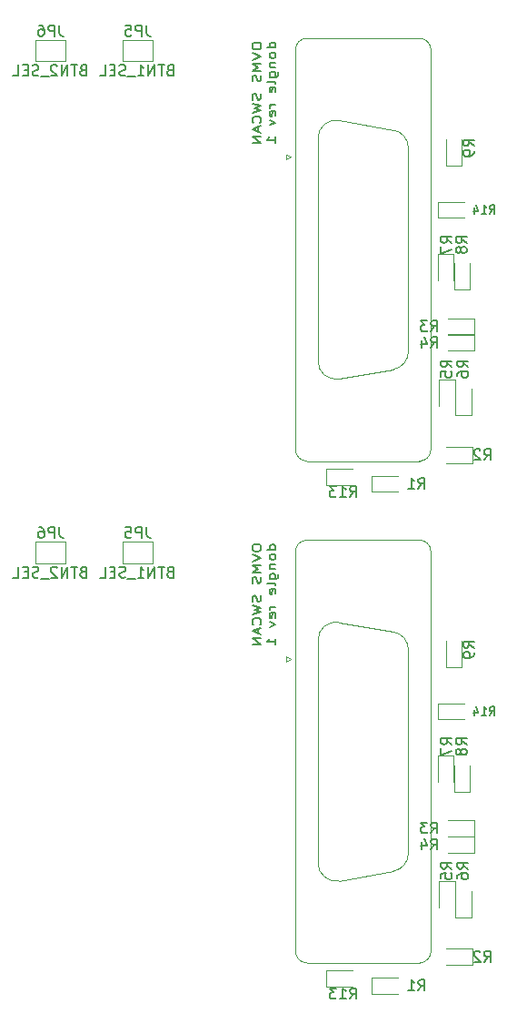
<source format=gbo>
G04 #@! TF.GenerationSoftware,KiCad,Pcbnew,(5.1.0-0)*
G04 #@! TF.CreationDate,2019-04-23T20:45:17+03:00*
G04 #@! TF.ProjectId,panel,70616e65-6c2e-46b6-9963-61645f706362,1.0*
G04 #@! TF.SameCoordinates,Original*
G04 #@! TF.FileFunction,Legend,Bot*
G04 #@! TF.FilePolarity,Positive*
%FSLAX46Y46*%
G04 Gerber Fmt 4.6, Leading zero omitted, Abs format (unit mm)*
G04 Created by KiCad (PCBNEW (5.1.0-0)) date 2019-04-23 20:45:17*
%MOMM*%
%LPD*%
G04 APERTURE LIST*
%ADD10C,0.150000*%
%ADD11C,0.120000*%
G04 APERTURE END LIST*
D10*
X173511904Y-29393119D02*
X173511904Y-29583595D01*
X173550000Y-29678833D01*
X173626190Y-29774071D01*
X173778571Y-29821690D01*
X174045238Y-29821690D01*
X174197619Y-29774071D01*
X174273809Y-29678833D01*
X174311904Y-29583595D01*
X174311904Y-29393119D01*
X174273809Y-29297880D01*
X174197619Y-29202642D01*
X174045238Y-29155023D01*
X173778571Y-29155023D01*
X173626190Y-29202642D01*
X173550000Y-29297880D01*
X173511904Y-29393119D01*
X173511904Y-30107404D02*
X174311904Y-30440738D01*
X173511904Y-30774071D01*
X174311904Y-31107404D02*
X173511904Y-31107404D01*
X174083333Y-31440738D01*
X173511904Y-31774071D01*
X174311904Y-31774071D01*
X174273809Y-32202642D02*
X174311904Y-32345500D01*
X174311904Y-32583595D01*
X174273809Y-32678833D01*
X174235714Y-32726452D01*
X174159523Y-32774071D01*
X174083333Y-32774071D01*
X174007142Y-32726452D01*
X173969047Y-32678833D01*
X173930952Y-32583595D01*
X173892857Y-32393119D01*
X173854761Y-32297880D01*
X173816666Y-32250261D01*
X173740476Y-32202642D01*
X173664285Y-32202642D01*
X173588095Y-32250261D01*
X173550000Y-32297880D01*
X173511904Y-32393119D01*
X173511904Y-32631214D01*
X173550000Y-32774071D01*
X174273809Y-33916928D02*
X174311904Y-34059785D01*
X174311904Y-34297880D01*
X174273809Y-34393119D01*
X174235714Y-34440738D01*
X174159523Y-34488357D01*
X174083333Y-34488357D01*
X174007142Y-34440738D01*
X173969047Y-34393119D01*
X173930952Y-34297880D01*
X173892857Y-34107404D01*
X173854761Y-34012166D01*
X173816666Y-33964547D01*
X173740476Y-33916928D01*
X173664285Y-33916928D01*
X173588095Y-33964547D01*
X173550000Y-34012166D01*
X173511904Y-34107404D01*
X173511904Y-34345500D01*
X173550000Y-34488357D01*
X173511904Y-34821690D02*
X174311904Y-35059785D01*
X173740476Y-35250261D01*
X174311904Y-35440738D01*
X173511904Y-35678833D01*
X174235714Y-36631214D02*
X174273809Y-36583595D01*
X174311904Y-36440738D01*
X174311904Y-36345500D01*
X174273809Y-36202642D01*
X174197619Y-36107404D01*
X174121428Y-36059785D01*
X173969047Y-36012166D01*
X173854761Y-36012166D01*
X173702380Y-36059785D01*
X173626190Y-36107404D01*
X173550000Y-36202642D01*
X173511904Y-36345500D01*
X173511904Y-36440738D01*
X173550000Y-36583595D01*
X173588095Y-36631214D01*
X174083333Y-37012166D02*
X174083333Y-37488357D01*
X174311904Y-36916928D02*
X173511904Y-37250261D01*
X174311904Y-37583595D01*
X174311904Y-37916928D02*
X173511904Y-37916928D01*
X174311904Y-38488357D01*
X173511904Y-38488357D01*
X175661904Y-29655023D02*
X174861904Y-29655023D01*
X175623809Y-29655023D02*
X175661904Y-29559785D01*
X175661904Y-29369309D01*
X175623809Y-29274071D01*
X175585714Y-29226452D01*
X175509523Y-29178833D01*
X175280952Y-29178833D01*
X175204761Y-29226452D01*
X175166666Y-29274071D01*
X175128571Y-29369309D01*
X175128571Y-29559785D01*
X175166666Y-29655023D01*
X175661904Y-30274071D02*
X175623809Y-30178833D01*
X175585714Y-30131214D01*
X175509523Y-30083595D01*
X175280952Y-30083595D01*
X175204761Y-30131214D01*
X175166666Y-30178833D01*
X175128571Y-30274071D01*
X175128571Y-30416928D01*
X175166666Y-30512166D01*
X175204761Y-30559785D01*
X175280952Y-30607404D01*
X175509523Y-30607404D01*
X175585714Y-30559785D01*
X175623809Y-30512166D01*
X175661904Y-30416928D01*
X175661904Y-30274071D01*
X175128571Y-31035976D02*
X175661904Y-31035976D01*
X175204761Y-31035976D02*
X175166666Y-31083595D01*
X175128571Y-31178833D01*
X175128571Y-31321690D01*
X175166666Y-31416928D01*
X175242857Y-31464547D01*
X175661904Y-31464547D01*
X175128571Y-32369309D02*
X175776190Y-32369309D01*
X175852380Y-32321690D01*
X175890476Y-32274071D01*
X175928571Y-32178833D01*
X175928571Y-32035976D01*
X175890476Y-31940738D01*
X175623809Y-32369309D02*
X175661904Y-32274071D01*
X175661904Y-32083595D01*
X175623809Y-31988357D01*
X175585714Y-31940738D01*
X175509523Y-31893119D01*
X175280952Y-31893119D01*
X175204761Y-31940738D01*
X175166666Y-31988357D01*
X175128571Y-32083595D01*
X175128571Y-32274071D01*
X175166666Y-32369309D01*
X175661904Y-32988357D02*
X175623809Y-32893119D01*
X175547619Y-32845500D01*
X174861904Y-32845500D01*
X175623809Y-33750261D02*
X175661904Y-33655023D01*
X175661904Y-33464547D01*
X175623809Y-33369309D01*
X175547619Y-33321690D01*
X175242857Y-33321690D01*
X175166666Y-33369309D01*
X175128571Y-33464547D01*
X175128571Y-33655023D01*
X175166666Y-33750261D01*
X175242857Y-33797880D01*
X175319047Y-33797880D01*
X175395238Y-33321690D01*
X175661904Y-34988357D02*
X175128571Y-34988357D01*
X175280952Y-34988357D02*
X175204761Y-35035976D01*
X175166666Y-35083595D01*
X175128571Y-35178833D01*
X175128571Y-35274071D01*
X175623809Y-35988357D02*
X175661904Y-35893119D01*
X175661904Y-35702642D01*
X175623809Y-35607404D01*
X175547619Y-35559785D01*
X175242857Y-35559785D01*
X175166666Y-35607404D01*
X175128571Y-35702642D01*
X175128571Y-35893119D01*
X175166666Y-35988357D01*
X175242857Y-36035976D01*
X175319047Y-36035976D01*
X175395238Y-35559785D01*
X175128571Y-36369309D02*
X175661904Y-36607404D01*
X175128571Y-36845500D01*
X175661904Y-38512166D02*
X175661904Y-37940738D01*
X175661904Y-38226452D02*
X174861904Y-38226452D01*
X174976190Y-38131214D01*
X175052380Y-38035976D01*
X175090476Y-37940738D01*
X173511904Y-76065619D02*
X173511904Y-76256095D01*
X173550000Y-76351333D01*
X173626190Y-76446571D01*
X173778571Y-76494190D01*
X174045238Y-76494190D01*
X174197619Y-76446571D01*
X174273809Y-76351333D01*
X174311904Y-76256095D01*
X174311904Y-76065619D01*
X174273809Y-75970380D01*
X174197619Y-75875142D01*
X174045238Y-75827523D01*
X173778571Y-75827523D01*
X173626190Y-75875142D01*
X173550000Y-75970380D01*
X173511904Y-76065619D01*
X173511904Y-76779904D02*
X174311904Y-77113238D01*
X173511904Y-77446571D01*
X174311904Y-77779904D02*
X173511904Y-77779904D01*
X174083333Y-78113238D01*
X173511904Y-78446571D01*
X174311904Y-78446571D01*
X174273809Y-78875142D02*
X174311904Y-79018000D01*
X174311904Y-79256095D01*
X174273809Y-79351333D01*
X174235714Y-79398952D01*
X174159523Y-79446571D01*
X174083333Y-79446571D01*
X174007142Y-79398952D01*
X173969047Y-79351333D01*
X173930952Y-79256095D01*
X173892857Y-79065619D01*
X173854761Y-78970380D01*
X173816666Y-78922761D01*
X173740476Y-78875142D01*
X173664285Y-78875142D01*
X173588095Y-78922761D01*
X173550000Y-78970380D01*
X173511904Y-79065619D01*
X173511904Y-79303714D01*
X173550000Y-79446571D01*
X174273809Y-80589428D02*
X174311904Y-80732285D01*
X174311904Y-80970380D01*
X174273809Y-81065619D01*
X174235714Y-81113238D01*
X174159523Y-81160857D01*
X174083333Y-81160857D01*
X174007142Y-81113238D01*
X173969047Y-81065619D01*
X173930952Y-80970380D01*
X173892857Y-80779904D01*
X173854761Y-80684666D01*
X173816666Y-80637047D01*
X173740476Y-80589428D01*
X173664285Y-80589428D01*
X173588095Y-80637047D01*
X173550000Y-80684666D01*
X173511904Y-80779904D01*
X173511904Y-81018000D01*
X173550000Y-81160857D01*
X173511904Y-81494190D02*
X174311904Y-81732285D01*
X173740476Y-81922761D01*
X174311904Y-82113238D01*
X173511904Y-82351333D01*
X174235714Y-83303714D02*
X174273809Y-83256095D01*
X174311904Y-83113238D01*
X174311904Y-83018000D01*
X174273809Y-82875142D01*
X174197619Y-82779904D01*
X174121428Y-82732285D01*
X173969047Y-82684666D01*
X173854761Y-82684666D01*
X173702380Y-82732285D01*
X173626190Y-82779904D01*
X173550000Y-82875142D01*
X173511904Y-83018000D01*
X173511904Y-83113238D01*
X173550000Y-83256095D01*
X173588095Y-83303714D01*
X174083333Y-83684666D02*
X174083333Y-84160857D01*
X174311904Y-83589428D02*
X173511904Y-83922761D01*
X174311904Y-84256095D01*
X174311904Y-84589428D02*
X173511904Y-84589428D01*
X174311904Y-85160857D01*
X173511904Y-85160857D01*
X175661904Y-76327523D02*
X174861904Y-76327523D01*
X175623809Y-76327523D02*
X175661904Y-76232285D01*
X175661904Y-76041809D01*
X175623809Y-75946571D01*
X175585714Y-75898952D01*
X175509523Y-75851333D01*
X175280952Y-75851333D01*
X175204761Y-75898952D01*
X175166666Y-75946571D01*
X175128571Y-76041809D01*
X175128571Y-76232285D01*
X175166666Y-76327523D01*
X175661904Y-76946571D02*
X175623809Y-76851333D01*
X175585714Y-76803714D01*
X175509523Y-76756095D01*
X175280952Y-76756095D01*
X175204761Y-76803714D01*
X175166666Y-76851333D01*
X175128571Y-76946571D01*
X175128571Y-77089428D01*
X175166666Y-77184666D01*
X175204761Y-77232285D01*
X175280952Y-77279904D01*
X175509523Y-77279904D01*
X175585714Y-77232285D01*
X175623809Y-77184666D01*
X175661904Y-77089428D01*
X175661904Y-76946571D01*
X175128571Y-77708476D02*
X175661904Y-77708476D01*
X175204761Y-77708476D02*
X175166666Y-77756095D01*
X175128571Y-77851333D01*
X175128571Y-77994190D01*
X175166666Y-78089428D01*
X175242857Y-78137047D01*
X175661904Y-78137047D01*
X175128571Y-79041809D02*
X175776190Y-79041809D01*
X175852380Y-78994190D01*
X175890476Y-78946571D01*
X175928571Y-78851333D01*
X175928571Y-78708476D01*
X175890476Y-78613238D01*
X175623809Y-79041809D02*
X175661904Y-78946571D01*
X175661904Y-78756095D01*
X175623809Y-78660857D01*
X175585714Y-78613238D01*
X175509523Y-78565619D01*
X175280952Y-78565619D01*
X175204761Y-78613238D01*
X175166666Y-78660857D01*
X175128571Y-78756095D01*
X175128571Y-78946571D01*
X175166666Y-79041809D01*
X175661904Y-79660857D02*
X175623809Y-79565619D01*
X175547619Y-79518000D01*
X174861904Y-79518000D01*
X175623809Y-80422761D02*
X175661904Y-80327523D01*
X175661904Y-80137047D01*
X175623809Y-80041809D01*
X175547619Y-79994190D01*
X175242857Y-79994190D01*
X175166666Y-80041809D01*
X175128571Y-80137047D01*
X175128571Y-80327523D01*
X175166666Y-80422761D01*
X175242857Y-80470380D01*
X175319047Y-80470380D01*
X175395238Y-79994190D01*
X175661904Y-81660857D02*
X175128571Y-81660857D01*
X175280952Y-81660857D02*
X175204761Y-81708476D01*
X175166666Y-81756095D01*
X175128571Y-81851333D01*
X175128571Y-81946571D01*
X175623809Y-82660857D02*
X175661904Y-82565619D01*
X175661904Y-82375142D01*
X175623809Y-82279904D01*
X175547619Y-82232285D01*
X175242857Y-82232285D01*
X175166666Y-82279904D01*
X175128571Y-82375142D01*
X175128571Y-82565619D01*
X175166666Y-82660857D01*
X175242857Y-82708476D01*
X175319047Y-82708476D01*
X175395238Y-82232285D01*
X175128571Y-83041809D02*
X175661904Y-83279904D01*
X175128571Y-83518000D01*
X175661904Y-85184666D02*
X175661904Y-84613238D01*
X175661904Y-84898952D02*
X174861904Y-84898952D01*
X174976190Y-84803714D01*
X175052380Y-84708476D01*
X175090476Y-84613238D01*
D11*
X156101000Y-75581000D02*
X153301000Y-75581000D01*
X153301000Y-75581000D02*
X153301000Y-77581000D01*
X153301000Y-77581000D02*
X156101000Y-77581000D01*
X156101000Y-77581000D02*
X156101000Y-75581000D01*
X164214000Y-75581000D02*
X161414000Y-75581000D01*
X161414000Y-75581000D02*
X161414000Y-77581000D01*
X161414000Y-77581000D02*
X164214000Y-77581000D01*
X164214000Y-77581000D02*
X164214000Y-75581000D01*
X156101000Y-28908500D02*
X153301000Y-28908500D01*
X153301000Y-28908500D02*
X153301000Y-30908500D01*
X153301000Y-30908500D02*
X156101000Y-30908500D01*
X156101000Y-30908500D02*
X156101000Y-28908500D01*
X164214000Y-28908500D02*
X161414000Y-28908500D01*
X161414000Y-28908500D02*
X161414000Y-30908500D01*
X161414000Y-30908500D02*
X164214000Y-30908500D01*
X164214000Y-30908500D02*
X164214000Y-28908500D01*
X181582256Y-36423030D02*
X186682256Y-37322298D01*
X181582256Y-60455970D02*
X186682256Y-59556702D01*
X188054000Y-38957079D02*
X188054000Y-57921921D01*
X179634000Y-38057811D02*
X179634000Y-58821189D01*
X177072675Y-39814500D02*
X176639662Y-39564500D01*
X176639662Y-40064500D02*
X177072675Y-39814500D01*
X176639662Y-39564500D02*
X176639662Y-40064500D01*
X189094000Y-28779500D02*
X178594000Y-28779500D01*
X190154000Y-67039500D02*
X190154000Y-29839500D01*
X178594000Y-68099500D02*
X189094000Y-68099500D01*
X177534000Y-29839500D02*
X177534000Y-67039500D01*
X186682256Y-59556702D02*
G75*
G03X188054000Y-57921921I-288256J1634781D01*
G01*
X186682256Y-37322298D02*
G75*
G02X188054000Y-38957079I-288256J-1634781D01*
G01*
X181582256Y-60455970D02*
G75*
G02X179634000Y-58821189I-288256J1634781D01*
G01*
X181582256Y-36423030D02*
G75*
G03X179634000Y-38057811I-288256J-1634781D01*
G01*
X190154000Y-67039500D02*
G75*
G02X189094000Y-68099500I-1060000J0D01*
G01*
X190154000Y-29839500D02*
G75*
G03X189094000Y-28779500I-1060000J0D01*
G01*
X178594000Y-68099500D02*
G75*
G02X177534000Y-67039500I0J1060000D01*
G01*
X177534000Y-29839500D02*
G75*
G02X178594000Y-28779500I1060000J0D01*
G01*
X190795800Y-43981700D02*
X193255800Y-43981700D01*
X190795800Y-45451700D02*
X190795800Y-43981700D01*
X193255800Y-45451700D02*
X190795800Y-45451700D01*
X180419900Y-68835600D02*
X182879900Y-68835600D01*
X180419900Y-70305600D02*
X180419900Y-68835600D01*
X182879900Y-70305600D02*
X180419900Y-70305600D01*
X191543000Y-40610900D02*
X191543000Y-38150900D01*
X193013000Y-40610900D02*
X191543000Y-40610900D01*
X193013000Y-38150900D02*
X193013000Y-40610900D01*
X192305000Y-52167900D02*
X192305000Y-49707900D01*
X193775000Y-52167900D02*
X192305000Y-52167900D01*
X193775000Y-49707900D02*
X193775000Y-52167900D01*
X192251000Y-48847900D02*
X192251000Y-51307900D01*
X190781000Y-48847900D02*
X192251000Y-48847900D01*
X190781000Y-51307900D02*
X190781000Y-48847900D01*
X192432000Y-63851900D02*
X192432000Y-61391900D01*
X193902000Y-63851900D02*
X192432000Y-63851900D01*
X193902000Y-61391900D02*
X193902000Y-63851900D01*
X192378000Y-60531900D02*
X192378000Y-62991900D01*
X190908000Y-60531900D02*
X192378000Y-60531900D01*
X190908000Y-62991900D02*
X190908000Y-60531900D01*
X194192000Y-57846900D02*
X191732000Y-57846900D01*
X194192000Y-56376900D02*
X194192000Y-57846900D01*
X191732000Y-56376900D02*
X194192000Y-56376900D01*
X194192000Y-56322900D02*
X191732000Y-56322900D01*
X194192000Y-54852900D02*
X194192000Y-56322900D01*
X191732000Y-54852900D02*
X194192000Y-54852900D01*
X194065000Y-68273600D02*
X191605000Y-68273600D01*
X194065000Y-66803600D02*
X194065000Y-68273600D01*
X191605000Y-66803600D02*
X194065000Y-66803600D01*
X184598200Y-69483300D02*
X187058200Y-69483300D01*
X184598200Y-70953300D02*
X184598200Y-69483300D01*
X187058200Y-70953300D02*
X184598200Y-70953300D01*
X181582256Y-83095530D02*
X186682256Y-83994798D01*
X181582256Y-107128470D02*
X186682256Y-106229202D01*
X188054000Y-85629579D02*
X188054000Y-104594421D01*
X179634000Y-84730311D02*
X179634000Y-105493689D01*
X177072675Y-86487000D02*
X176639662Y-86237000D01*
X176639662Y-86737000D02*
X177072675Y-86487000D01*
X176639662Y-86237000D02*
X176639662Y-86737000D01*
X189094000Y-75452000D02*
X178594000Y-75452000D01*
X190154000Y-113712000D02*
X190154000Y-76512000D01*
X178594000Y-114772000D02*
X189094000Y-114772000D01*
X177534000Y-76512000D02*
X177534000Y-113712000D01*
X186682256Y-106229202D02*
G75*
G03X188054000Y-104594421I-288256J1634781D01*
G01*
X186682256Y-83994798D02*
G75*
G02X188054000Y-85629579I-288256J-1634781D01*
G01*
X181582256Y-107128470D02*
G75*
G02X179634000Y-105493689I-288256J1634781D01*
G01*
X181582256Y-83095530D02*
G75*
G03X179634000Y-84730311I-288256J-1634781D01*
G01*
X190154000Y-113712000D02*
G75*
G02X189094000Y-114772000I-1060000J0D01*
G01*
X190154000Y-76512000D02*
G75*
G03X189094000Y-75452000I-1060000J0D01*
G01*
X178594000Y-114772000D02*
G75*
G02X177534000Y-113712000I0J1060000D01*
G01*
X177534000Y-76512000D02*
G75*
G02X178594000Y-75452000I1060000J0D01*
G01*
X190795800Y-90654200D02*
X193255800Y-90654200D01*
X190795800Y-92124200D02*
X190795800Y-90654200D01*
X193255800Y-92124200D02*
X190795800Y-92124200D01*
X180419900Y-115508100D02*
X182879900Y-115508100D01*
X180419900Y-116978100D02*
X180419900Y-115508100D01*
X182879900Y-116978100D02*
X180419900Y-116978100D01*
X191543000Y-87283400D02*
X191543000Y-84823400D01*
X193013000Y-87283400D02*
X191543000Y-87283400D01*
X193013000Y-84823400D02*
X193013000Y-87283400D01*
X192305000Y-98840400D02*
X192305000Y-96380400D01*
X193775000Y-98840400D02*
X192305000Y-98840400D01*
X193775000Y-96380400D02*
X193775000Y-98840400D01*
X192251000Y-95520400D02*
X192251000Y-97980400D01*
X190781000Y-95520400D02*
X192251000Y-95520400D01*
X190781000Y-97980400D02*
X190781000Y-95520400D01*
X192432000Y-110524400D02*
X192432000Y-108064400D01*
X193902000Y-110524400D02*
X192432000Y-110524400D01*
X193902000Y-108064400D02*
X193902000Y-110524400D01*
X192378000Y-107204400D02*
X192378000Y-109664400D01*
X190908000Y-107204400D02*
X192378000Y-107204400D01*
X190908000Y-109664400D02*
X190908000Y-107204400D01*
X194192000Y-104519400D02*
X191732000Y-104519400D01*
X194192000Y-103049400D02*
X194192000Y-104519400D01*
X191732000Y-103049400D02*
X194192000Y-103049400D01*
X194192000Y-102995400D02*
X191732000Y-102995400D01*
X194192000Y-101525400D02*
X194192000Y-102995400D01*
X191732000Y-101525400D02*
X194192000Y-101525400D01*
X194065000Y-114946100D02*
X191605000Y-114946100D01*
X194065000Y-113476100D02*
X194065000Y-114946100D01*
X191605000Y-113476100D02*
X194065000Y-113476100D01*
X184598200Y-116155800D02*
X187058200Y-116155800D01*
X184598200Y-117625800D02*
X184598200Y-116155800D01*
X187058200Y-117625800D02*
X184598200Y-117625800D01*
D10*
X155534333Y-74233380D02*
X155534333Y-74947666D01*
X155581952Y-75090523D01*
X155677190Y-75185761D01*
X155820047Y-75233380D01*
X155915285Y-75233380D01*
X155058142Y-75233380D02*
X155058142Y-74233380D01*
X154677190Y-74233380D01*
X154581952Y-74281000D01*
X154534333Y-74328619D01*
X154486714Y-74423857D01*
X154486714Y-74566714D01*
X154534333Y-74661952D01*
X154581952Y-74709571D01*
X154677190Y-74757190D01*
X155058142Y-74757190D01*
X153629571Y-74233380D02*
X153820047Y-74233380D01*
X153915285Y-74281000D01*
X153962904Y-74328619D01*
X154058142Y-74471476D01*
X154105761Y-74661952D01*
X154105761Y-75042904D01*
X154058142Y-75138142D01*
X154010523Y-75185761D01*
X153915285Y-75233380D01*
X153724809Y-75233380D01*
X153629571Y-75185761D01*
X153581952Y-75138142D01*
X153534333Y-75042904D01*
X153534333Y-74804809D01*
X153581952Y-74709571D01*
X153629571Y-74661952D01*
X153724809Y-74614333D01*
X153915285Y-74614333D01*
X154010523Y-74661952D01*
X154058142Y-74709571D01*
X154105761Y-74804809D01*
X157724809Y-78409571D02*
X157581952Y-78457190D01*
X157534333Y-78504809D01*
X157486714Y-78600047D01*
X157486714Y-78742904D01*
X157534333Y-78838142D01*
X157581952Y-78885761D01*
X157677190Y-78933380D01*
X158058142Y-78933380D01*
X158058142Y-77933380D01*
X157724809Y-77933380D01*
X157629571Y-77981000D01*
X157581952Y-78028619D01*
X157534333Y-78123857D01*
X157534333Y-78219095D01*
X157581952Y-78314333D01*
X157629571Y-78361952D01*
X157724809Y-78409571D01*
X158058142Y-78409571D01*
X157201000Y-77933380D02*
X156629571Y-77933380D01*
X156915285Y-78933380D02*
X156915285Y-77933380D01*
X156296238Y-78933380D02*
X156296238Y-77933380D01*
X155724809Y-78933380D01*
X155724809Y-77933380D01*
X155296238Y-78028619D02*
X155248619Y-77981000D01*
X155153380Y-77933380D01*
X154915285Y-77933380D01*
X154820047Y-77981000D01*
X154772428Y-78028619D01*
X154724809Y-78123857D01*
X154724809Y-78219095D01*
X154772428Y-78361952D01*
X155343857Y-78933380D01*
X154724809Y-78933380D01*
X154534333Y-79028619D02*
X153772428Y-79028619D01*
X153581952Y-78885761D02*
X153439095Y-78933380D01*
X153201000Y-78933380D01*
X153105761Y-78885761D01*
X153058142Y-78838142D01*
X153010523Y-78742904D01*
X153010523Y-78647666D01*
X153058142Y-78552428D01*
X153105761Y-78504809D01*
X153201000Y-78457190D01*
X153391476Y-78409571D01*
X153486714Y-78361952D01*
X153534333Y-78314333D01*
X153581952Y-78219095D01*
X153581952Y-78123857D01*
X153534333Y-78028619D01*
X153486714Y-77981000D01*
X153391476Y-77933380D01*
X153153380Y-77933380D01*
X153010523Y-77981000D01*
X152581952Y-78409571D02*
X152248619Y-78409571D01*
X152105761Y-78933380D02*
X152581952Y-78933380D01*
X152581952Y-77933380D01*
X152105761Y-77933380D01*
X151201000Y-78933380D02*
X151677190Y-78933380D01*
X151677190Y-77933380D01*
X163647333Y-74233380D02*
X163647333Y-74947666D01*
X163694952Y-75090523D01*
X163790190Y-75185761D01*
X163933047Y-75233380D01*
X164028285Y-75233380D01*
X163171142Y-75233380D02*
X163171142Y-74233380D01*
X162790190Y-74233380D01*
X162694952Y-74281000D01*
X162647333Y-74328619D01*
X162599714Y-74423857D01*
X162599714Y-74566714D01*
X162647333Y-74661952D01*
X162694952Y-74709571D01*
X162790190Y-74757190D01*
X163171142Y-74757190D01*
X161694952Y-74233380D02*
X162171142Y-74233380D01*
X162218761Y-74709571D01*
X162171142Y-74661952D01*
X162075904Y-74614333D01*
X161837809Y-74614333D01*
X161742571Y-74661952D01*
X161694952Y-74709571D01*
X161647333Y-74804809D01*
X161647333Y-75042904D01*
X161694952Y-75138142D01*
X161742571Y-75185761D01*
X161837809Y-75233380D01*
X162075904Y-75233380D01*
X162171142Y-75185761D01*
X162218761Y-75138142D01*
X165837809Y-78409571D02*
X165694952Y-78457190D01*
X165647333Y-78504809D01*
X165599714Y-78600047D01*
X165599714Y-78742904D01*
X165647333Y-78838142D01*
X165694952Y-78885761D01*
X165790190Y-78933380D01*
X166171142Y-78933380D01*
X166171142Y-77933380D01*
X165837809Y-77933380D01*
X165742571Y-77981000D01*
X165694952Y-78028619D01*
X165647333Y-78123857D01*
X165647333Y-78219095D01*
X165694952Y-78314333D01*
X165742571Y-78361952D01*
X165837809Y-78409571D01*
X166171142Y-78409571D01*
X165314000Y-77933380D02*
X164742571Y-77933380D01*
X165028285Y-78933380D02*
X165028285Y-77933380D01*
X164409238Y-78933380D02*
X164409238Y-77933380D01*
X163837809Y-78933380D01*
X163837809Y-77933380D01*
X162837809Y-78933380D02*
X163409238Y-78933380D01*
X163123523Y-78933380D02*
X163123523Y-77933380D01*
X163218761Y-78076238D01*
X163314000Y-78171476D01*
X163409238Y-78219095D01*
X162647333Y-79028619D02*
X161885428Y-79028619D01*
X161694952Y-78885761D02*
X161552095Y-78933380D01*
X161314000Y-78933380D01*
X161218761Y-78885761D01*
X161171142Y-78838142D01*
X161123523Y-78742904D01*
X161123523Y-78647666D01*
X161171142Y-78552428D01*
X161218761Y-78504809D01*
X161314000Y-78457190D01*
X161504476Y-78409571D01*
X161599714Y-78361952D01*
X161647333Y-78314333D01*
X161694952Y-78219095D01*
X161694952Y-78123857D01*
X161647333Y-78028619D01*
X161599714Y-77981000D01*
X161504476Y-77933380D01*
X161266380Y-77933380D01*
X161123523Y-77981000D01*
X160694952Y-78409571D02*
X160361619Y-78409571D01*
X160218761Y-78933380D02*
X160694952Y-78933380D01*
X160694952Y-77933380D01*
X160218761Y-77933380D01*
X159314000Y-78933380D02*
X159790190Y-78933380D01*
X159790190Y-77933380D01*
X155534333Y-27560880D02*
X155534333Y-28275166D01*
X155581952Y-28418023D01*
X155677190Y-28513261D01*
X155820047Y-28560880D01*
X155915285Y-28560880D01*
X155058142Y-28560880D02*
X155058142Y-27560880D01*
X154677190Y-27560880D01*
X154581952Y-27608500D01*
X154534333Y-27656119D01*
X154486714Y-27751357D01*
X154486714Y-27894214D01*
X154534333Y-27989452D01*
X154581952Y-28037071D01*
X154677190Y-28084690D01*
X155058142Y-28084690D01*
X153629571Y-27560880D02*
X153820047Y-27560880D01*
X153915285Y-27608500D01*
X153962904Y-27656119D01*
X154058142Y-27798976D01*
X154105761Y-27989452D01*
X154105761Y-28370404D01*
X154058142Y-28465642D01*
X154010523Y-28513261D01*
X153915285Y-28560880D01*
X153724809Y-28560880D01*
X153629571Y-28513261D01*
X153581952Y-28465642D01*
X153534333Y-28370404D01*
X153534333Y-28132309D01*
X153581952Y-28037071D01*
X153629571Y-27989452D01*
X153724809Y-27941833D01*
X153915285Y-27941833D01*
X154010523Y-27989452D01*
X154058142Y-28037071D01*
X154105761Y-28132309D01*
X157724809Y-31737071D02*
X157581952Y-31784690D01*
X157534333Y-31832309D01*
X157486714Y-31927547D01*
X157486714Y-32070404D01*
X157534333Y-32165642D01*
X157581952Y-32213261D01*
X157677190Y-32260880D01*
X158058142Y-32260880D01*
X158058142Y-31260880D01*
X157724809Y-31260880D01*
X157629571Y-31308500D01*
X157581952Y-31356119D01*
X157534333Y-31451357D01*
X157534333Y-31546595D01*
X157581952Y-31641833D01*
X157629571Y-31689452D01*
X157724809Y-31737071D01*
X158058142Y-31737071D01*
X157201000Y-31260880D02*
X156629571Y-31260880D01*
X156915285Y-32260880D02*
X156915285Y-31260880D01*
X156296238Y-32260880D02*
X156296238Y-31260880D01*
X155724809Y-32260880D01*
X155724809Y-31260880D01*
X155296238Y-31356119D02*
X155248619Y-31308500D01*
X155153380Y-31260880D01*
X154915285Y-31260880D01*
X154820047Y-31308500D01*
X154772428Y-31356119D01*
X154724809Y-31451357D01*
X154724809Y-31546595D01*
X154772428Y-31689452D01*
X155343857Y-32260880D01*
X154724809Y-32260880D01*
X154534333Y-32356119D02*
X153772428Y-32356119D01*
X153581952Y-32213261D02*
X153439095Y-32260880D01*
X153201000Y-32260880D01*
X153105761Y-32213261D01*
X153058142Y-32165642D01*
X153010523Y-32070404D01*
X153010523Y-31975166D01*
X153058142Y-31879928D01*
X153105761Y-31832309D01*
X153201000Y-31784690D01*
X153391476Y-31737071D01*
X153486714Y-31689452D01*
X153534333Y-31641833D01*
X153581952Y-31546595D01*
X153581952Y-31451357D01*
X153534333Y-31356119D01*
X153486714Y-31308500D01*
X153391476Y-31260880D01*
X153153380Y-31260880D01*
X153010523Y-31308500D01*
X152581952Y-31737071D02*
X152248619Y-31737071D01*
X152105761Y-32260880D02*
X152581952Y-32260880D01*
X152581952Y-31260880D01*
X152105761Y-31260880D01*
X151201000Y-32260880D02*
X151677190Y-32260880D01*
X151677190Y-31260880D01*
X163647333Y-27560880D02*
X163647333Y-28275166D01*
X163694952Y-28418023D01*
X163790190Y-28513261D01*
X163933047Y-28560880D01*
X164028285Y-28560880D01*
X163171142Y-28560880D02*
X163171142Y-27560880D01*
X162790190Y-27560880D01*
X162694952Y-27608500D01*
X162647333Y-27656119D01*
X162599714Y-27751357D01*
X162599714Y-27894214D01*
X162647333Y-27989452D01*
X162694952Y-28037071D01*
X162790190Y-28084690D01*
X163171142Y-28084690D01*
X161694952Y-27560880D02*
X162171142Y-27560880D01*
X162218761Y-28037071D01*
X162171142Y-27989452D01*
X162075904Y-27941833D01*
X161837809Y-27941833D01*
X161742571Y-27989452D01*
X161694952Y-28037071D01*
X161647333Y-28132309D01*
X161647333Y-28370404D01*
X161694952Y-28465642D01*
X161742571Y-28513261D01*
X161837809Y-28560880D01*
X162075904Y-28560880D01*
X162171142Y-28513261D01*
X162218761Y-28465642D01*
X165837809Y-31737071D02*
X165694952Y-31784690D01*
X165647333Y-31832309D01*
X165599714Y-31927547D01*
X165599714Y-32070404D01*
X165647333Y-32165642D01*
X165694952Y-32213261D01*
X165790190Y-32260880D01*
X166171142Y-32260880D01*
X166171142Y-31260880D01*
X165837809Y-31260880D01*
X165742571Y-31308500D01*
X165694952Y-31356119D01*
X165647333Y-31451357D01*
X165647333Y-31546595D01*
X165694952Y-31641833D01*
X165742571Y-31689452D01*
X165837809Y-31737071D01*
X166171142Y-31737071D01*
X165314000Y-31260880D02*
X164742571Y-31260880D01*
X165028285Y-32260880D02*
X165028285Y-31260880D01*
X164409238Y-32260880D02*
X164409238Y-31260880D01*
X163837809Y-32260880D01*
X163837809Y-31260880D01*
X162837809Y-32260880D02*
X163409238Y-32260880D01*
X163123523Y-32260880D02*
X163123523Y-31260880D01*
X163218761Y-31403738D01*
X163314000Y-31498976D01*
X163409238Y-31546595D01*
X162647333Y-32356119D02*
X161885428Y-32356119D01*
X161694952Y-32213261D02*
X161552095Y-32260880D01*
X161314000Y-32260880D01*
X161218761Y-32213261D01*
X161171142Y-32165642D01*
X161123523Y-32070404D01*
X161123523Y-31975166D01*
X161171142Y-31879928D01*
X161218761Y-31832309D01*
X161314000Y-31784690D01*
X161504476Y-31737071D01*
X161599714Y-31689452D01*
X161647333Y-31641833D01*
X161694952Y-31546595D01*
X161694952Y-31451357D01*
X161647333Y-31356119D01*
X161599714Y-31308500D01*
X161504476Y-31260880D01*
X161266380Y-31260880D01*
X161123523Y-31308500D01*
X160694952Y-31737071D02*
X160361619Y-31737071D01*
X160218761Y-32260880D02*
X160694952Y-32260880D01*
X160694952Y-31260880D01*
X160218761Y-31260880D01*
X159314000Y-32260880D02*
X159790190Y-32260880D01*
X159790190Y-31260880D01*
X195637085Y-45078604D02*
X195903752Y-44697652D01*
X196094228Y-45078604D02*
X196094228Y-44278604D01*
X195789466Y-44278604D01*
X195713276Y-44316700D01*
X195675180Y-44354795D01*
X195637085Y-44430985D01*
X195637085Y-44545271D01*
X195675180Y-44621461D01*
X195713276Y-44659557D01*
X195789466Y-44697652D01*
X196094228Y-44697652D01*
X194875180Y-45078604D02*
X195332323Y-45078604D01*
X195103752Y-45078604D02*
X195103752Y-44278604D01*
X195179942Y-44392890D01*
X195256133Y-44469080D01*
X195332323Y-44507176D01*
X194189466Y-44545271D02*
X194189466Y-45078604D01*
X194379942Y-44240509D02*
X194570419Y-44811938D01*
X194075180Y-44811938D01*
X182608457Y-71445380D02*
X182941790Y-70969190D01*
X183179885Y-71445380D02*
X183179885Y-70445380D01*
X182798933Y-70445380D01*
X182703695Y-70493000D01*
X182656076Y-70540619D01*
X182608457Y-70635857D01*
X182608457Y-70778714D01*
X182656076Y-70873952D01*
X182703695Y-70921571D01*
X182798933Y-70969190D01*
X183179885Y-70969190D01*
X181656076Y-71445380D02*
X182227504Y-71445380D01*
X181941790Y-71445380D02*
X181941790Y-70445380D01*
X182037028Y-70588238D01*
X182132266Y-70683476D01*
X182227504Y-70731095D01*
X181322742Y-70445380D02*
X180703695Y-70445380D01*
X181037028Y-70826333D01*
X180894171Y-70826333D01*
X180798933Y-70873952D01*
X180751314Y-70921571D01*
X180703695Y-71016809D01*
X180703695Y-71254904D01*
X180751314Y-71350142D01*
X180798933Y-71397761D01*
X180894171Y-71445380D01*
X181179885Y-71445380D01*
X181275123Y-71397761D01*
X181322742Y-71350142D01*
X194160380Y-38784233D02*
X193684190Y-38450900D01*
X194160380Y-38212804D02*
X193160380Y-38212804D01*
X193160380Y-38593757D01*
X193208000Y-38688995D01*
X193255619Y-38736614D01*
X193350857Y-38784233D01*
X193493714Y-38784233D01*
X193588952Y-38736614D01*
X193636571Y-38688995D01*
X193684190Y-38593757D01*
X193684190Y-38212804D01*
X194160380Y-39260423D02*
X194160380Y-39450900D01*
X194112761Y-39546138D01*
X194065142Y-39593757D01*
X193922285Y-39688995D01*
X193731809Y-39736614D01*
X193350857Y-39736614D01*
X193255619Y-39688995D01*
X193208000Y-39641376D01*
X193160380Y-39546138D01*
X193160380Y-39355661D01*
X193208000Y-39260423D01*
X193255619Y-39212804D01*
X193350857Y-39165185D01*
X193588952Y-39165185D01*
X193684190Y-39212804D01*
X193731809Y-39260423D01*
X193779428Y-39355661D01*
X193779428Y-39546138D01*
X193731809Y-39641376D01*
X193684190Y-39688995D01*
X193588952Y-39736614D01*
X193492380Y-47801233D02*
X193016190Y-47467900D01*
X193492380Y-47229804D02*
X192492380Y-47229804D01*
X192492380Y-47610757D01*
X192540000Y-47705995D01*
X192587619Y-47753614D01*
X192682857Y-47801233D01*
X192825714Y-47801233D01*
X192920952Y-47753614D01*
X192968571Y-47705995D01*
X193016190Y-47610757D01*
X193016190Y-47229804D01*
X192920952Y-48372661D02*
X192873333Y-48277423D01*
X192825714Y-48229804D01*
X192730476Y-48182185D01*
X192682857Y-48182185D01*
X192587619Y-48229804D01*
X192540000Y-48277423D01*
X192492380Y-48372661D01*
X192492380Y-48563138D01*
X192540000Y-48658376D01*
X192587619Y-48705995D01*
X192682857Y-48753614D01*
X192730476Y-48753614D01*
X192825714Y-48705995D01*
X192873333Y-48658376D01*
X192920952Y-48563138D01*
X192920952Y-48372661D01*
X192968571Y-48277423D01*
X193016190Y-48229804D01*
X193111428Y-48182185D01*
X193301904Y-48182185D01*
X193397142Y-48229804D01*
X193444761Y-48277423D01*
X193492380Y-48372661D01*
X193492380Y-48563138D01*
X193444761Y-48658376D01*
X193397142Y-48705995D01*
X193301904Y-48753614D01*
X193111428Y-48753614D01*
X193016190Y-48705995D01*
X192968571Y-48658376D01*
X192920952Y-48563138D01*
X192095380Y-47801233D02*
X191619190Y-47467900D01*
X192095380Y-47229804D02*
X191095380Y-47229804D01*
X191095380Y-47610757D01*
X191143000Y-47705995D01*
X191190619Y-47753614D01*
X191285857Y-47801233D01*
X191428714Y-47801233D01*
X191523952Y-47753614D01*
X191571571Y-47705995D01*
X191619190Y-47610757D01*
X191619190Y-47229804D01*
X191095380Y-48134566D02*
X191095380Y-48801233D01*
X192095380Y-48372661D01*
X193619380Y-59358233D02*
X193143190Y-59024900D01*
X193619380Y-58786804D02*
X192619380Y-58786804D01*
X192619380Y-59167757D01*
X192667000Y-59262995D01*
X192714619Y-59310614D01*
X192809857Y-59358233D01*
X192952714Y-59358233D01*
X193047952Y-59310614D01*
X193095571Y-59262995D01*
X193143190Y-59167757D01*
X193143190Y-58786804D01*
X192619380Y-60215376D02*
X192619380Y-60024900D01*
X192667000Y-59929661D01*
X192714619Y-59882042D01*
X192857476Y-59786804D01*
X193047952Y-59739185D01*
X193428904Y-59739185D01*
X193524142Y-59786804D01*
X193571761Y-59834423D01*
X193619380Y-59929661D01*
X193619380Y-60120138D01*
X193571761Y-60215376D01*
X193524142Y-60262995D01*
X193428904Y-60310614D01*
X193190809Y-60310614D01*
X193095571Y-60262995D01*
X193047952Y-60215376D01*
X193000333Y-60120138D01*
X193000333Y-59929661D01*
X193047952Y-59834423D01*
X193095571Y-59786804D01*
X193190809Y-59739185D01*
X192095380Y-59358233D02*
X191619190Y-59024900D01*
X192095380Y-58786804D02*
X191095380Y-58786804D01*
X191095380Y-59167757D01*
X191143000Y-59262995D01*
X191190619Y-59310614D01*
X191285857Y-59358233D01*
X191428714Y-59358233D01*
X191523952Y-59310614D01*
X191571571Y-59262995D01*
X191619190Y-59167757D01*
X191619190Y-58786804D01*
X191095380Y-60262995D02*
X191095380Y-59786804D01*
X191571571Y-59739185D01*
X191523952Y-59786804D01*
X191476333Y-59882042D01*
X191476333Y-60120138D01*
X191523952Y-60215376D01*
X191571571Y-60262995D01*
X191666809Y-60310614D01*
X191904904Y-60310614D01*
X192000142Y-60262995D01*
X192047761Y-60215376D01*
X192095380Y-60120138D01*
X192095380Y-59882042D01*
X192047761Y-59786804D01*
X192000142Y-59739185D01*
X190158666Y-57564280D02*
X190492000Y-57088090D01*
X190730095Y-57564280D02*
X190730095Y-56564280D01*
X190349142Y-56564280D01*
X190253904Y-56611900D01*
X190206285Y-56659519D01*
X190158666Y-56754757D01*
X190158666Y-56897614D01*
X190206285Y-56992852D01*
X190253904Y-57040471D01*
X190349142Y-57088090D01*
X190730095Y-57088090D01*
X189301523Y-56897614D02*
X189301523Y-57564280D01*
X189539619Y-56516661D02*
X189777714Y-57230947D01*
X189158666Y-57230947D01*
X190158666Y-56040280D02*
X190492000Y-55564090D01*
X190730095Y-56040280D02*
X190730095Y-55040280D01*
X190349142Y-55040280D01*
X190253904Y-55087900D01*
X190206285Y-55135519D01*
X190158666Y-55230757D01*
X190158666Y-55373614D01*
X190206285Y-55468852D01*
X190253904Y-55516471D01*
X190349142Y-55564090D01*
X190730095Y-55564090D01*
X189825333Y-55040280D02*
X189206285Y-55040280D01*
X189539619Y-55421233D01*
X189396761Y-55421233D01*
X189301523Y-55468852D01*
X189253904Y-55516471D01*
X189206285Y-55611709D01*
X189206285Y-55849804D01*
X189253904Y-55945042D01*
X189301523Y-55992661D01*
X189396761Y-56040280D01*
X189682476Y-56040280D01*
X189777714Y-55992661D01*
X189825333Y-55945042D01*
X195111666Y-67990980D02*
X195445000Y-67514790D01*
X195683095Y-67990980D02*
X195683095Y-66990980D01*
X195302142Y-66990980D01*
X195206904Y-67038600D01*
X195159285Y-67086219D01*
X195111666Y-67181457D01*
X195111666Y-67324314D01*
X195159285Y-67419552D01*
X195206904Y-67467171D01*
X195302142Y-67514790D01*
X195683095Y-67514790D01*
X194730714Y-67086219D02*
X194683095Y-67038600D01*
X194587857Y-66990980D01*
X194349761Y-66990980D01*
X194254523Y-67038600D01*
X194206904Y-67086219D01*
X194159285Y-67181457D01*
X194159285Y-67276695D01*
X194206904Y-67419552D01*
X194778333Y-67990980D01*
X194159285Y-67990980D01*
X188978866Y-70670680D02*
X189312200Y-70194490D01*
X189550295Y-70670680D02*
X189550295Y-69670680D01*
X189169342Y-69670680D01*
X189074104Y-69718300D01*
X189026485Y-69765919D01*
X188978866Y-69861157D01*
X188978866Y-70004014D01*
X189026485Y-70099252D01*
X189074104Y-70146871D01*
X189169342Y-70194490D01*
X189550295Y-70194490D01*
X188026485Y-70670680D02*
X188597914Y-70670680D01*
X188312200Y-70670680D02*
X188312200Y-69670680D01*
X188407438Y-69813538D01*
X188502676Y-69908776D01*
X188597914Y-69956395D01*
X195637085Y-91751104D02*
X195903752Y-91370152D01*
X196094228Y-91751104D02*
X196094228Y-90951104D01*
X195789466Y-90951104D01*
X195713276Y-90989200D01*
X195675180Y-91027295D01*
X195637085Y-91103485D01*
X195637085Y-91217771D01*
X195675180Y-91293961D01*
X195713276Y-91332057D01*
X195789466Y-91370152D01*
X196094228Y-91370152D01*
X194875180Y-91751104D02*
X195332323Y-91751104D01*
X195103752Y-91751104D02*
X195103752Y-90951104D01*
X195179942Y-91065390D01*
X195256133Y-91141580D01*
X195332323Y-91179676D01*
X194189466Y-91217771D02*
X194189466Y-91751104D01*
X194379942Y-90913009D02*
X194570419Y-91484438D01*
X194075180Y-91484438D01*
X182608457Y-118117880D02*
X182941790Y-117641690D01*
X183179885Y-118117880D02*
X183179885Y-117117880D01*
X182798933Y-117117880D01*
X182703695Y-117165500D01*
X182656076Y-117213119D01*
X182608457Y-117308357D01*
X182608457Y-117451214D01*
X182656076Y-117546452D01*
X182703695Y-117594071D01*
X182798933Y-117641690D01*
X183179885Y-117641690D01*
X181656076Y-118117880D02*
X182227504Y-118117880D01*
X181941790Y-118117880D02*
X181941790Y-117117880D01*
X182037028Y-117260738D01*
X182132266Y-117355976D01*
X182227504Y-117403595D01*
X181322742Y-117117880D02*
X180703695Y-117117880D01*
X181037028Y-117498833D01*
X180894171Y-117498833D01*
X180798933Y-117546452D01*
X180751314Y-117594071D01*
X180703695Y-117689309D01*
X180703695Y-117927404D01*
X180751314Y-118022642D01*
X180798933Y-118070261D01*
X180894171Y-118117880D01*
X181179885Y-118117880D01*
X181275123Y-118070261D01*
X181322742Y-118022642D01*
X194160380Y-85456733D02*
X193684190Y-85123400D01*
X194160380Y-84885304D02*
X193160380Y-84885304D01*
X193160380Y-85266257D01*
X193208000Y-85361495D01*
X193255619Y-85409114D01*
X193350857Y-85456733D01*
X193493714Y-85456733D01*
X193588952Y-85409114D01*
X193636571Y-85361495D01*
X193684190Y-85266257D01*
X193684190Y-84885304D01*
X194160380Y-85932923D02*
X194160380Y-86123400D01*
X194112761Y-86218638D01*
X194065142Y-86266257D01*
X193922285Y-86361495D01*
X193731809Y-86409114D01*
X193350857Y-86409114D01*
X193255619Y-86361495D01*
X193208000Y-86313876D01*
X193160380Y-86218638D01*
X193160380Y-86028161D01*
X193208000Y-85932923D01*
X193255619Y-85885304D01*
X193350857Y-85837685D01*
X193588952Y-85837685D01*
X193684190Y-85885304D01*
X193731809Y-85932923D01*
X193779428Y-86028161D01*
X193779428Y-86218638D01*
X193731809Y-86313876D01*
X193684190Y-86361495D01*
X193588952Y-86409114D01*
X193492380Y-94473733D02*
X193016190Y-94140400D01*
X193492380Y-93902304D02*
X192492380Y-93902304D01*
X192492380Y-94283257D01*
X192540000Y-94378495D01*
X192587619Y-94426114D01*
X192682857Y-94473733D01*
X192825714Y-94473733D01*
X192920952Y-94426114D01*
X192968571Y-94378495D01*
X193016190Y-94283257D01*
X193016190Y-93902304D01*
X192920952Y-95045161D02*
X192873333Y-94949923D01*
X192825714Y-94902304D01*
X192730476Y-94854685D01*
X192682857Y-94854685D01*
X192587619Y-94902304D01*
X192540000Y-94949923D01*
X192492380Y-95045161D01*
X192492380Y-95235638D01*
X192540000Y-95330876D01*
X192587619Y-95378495D01*
X192682857Y-95426114D01*
X192730476Y-95426114D01*
X192825714Y-95378495D01*
X192873333Y-95330876D01*
X192920952Y-95235638D01*
X192920952Y-95045161D01*
X192968571Y-94949923D01*
X193016190Y-94902304D01*
X193111428Y-94854685D01*
X193301904Y-94854685D01*
X193397142Y-94902304D01*
X193444761Y-94949923D01*
X193492380Y-95045161D01*
X193492380Y-95235638D01*
X193444761Y-95330876D01*
X193397142Y-95378495D01*
X193301904Y-95426114D01*
X193111428Y-95426114D01*
X193016190Y-95378495D01*
X192968571Y-95330876D01*
X192920952Y-95235638D01*
X192095380Y-94473733D02*
X191619190Y-94140400D01*
X192095380Y-93902304D02*
X191095380Y-93902304D01*
X191095380Y-94283257D01*
X191143000Y-94378495D01*
X191190619Y-94426114D01*
X191285857Y-94473733D01*
X191428714Y-94473733D01*
X191523952Y-94426114D01*
X191571571Y-94378495D01*
X191619190Y-94283257D01*
X191619190Y-93902304D01*
X191095380Y-94807066D02*
X191095380Y-95473733D01*
X192095380Y-95045161D01*
X193619380Y-106030733D02*
X193143190Y-105697400D01*
X193619380Y-105459304D02*
X192619380Y-105459304D01*
X192619380Y-105840257D01*
X192667000Y-105935495D01*
X192714619Y-105983114D01*
X192809857Y-106030733D01*
X192952714Y-106030733D01*
X193047952Y-105983114D01*
X193095571Y-105935495D01*
X193143190Y-105840257D01*
X193143190Y-105459304D01*
X192619380Y-106887876D02*
X192619380Y-106697400D01*
X192667000Y-106602161D01*
X192714619Y-106554542D01*
X192857476Y-106459304D01*
X193047952Y-106411685D01*
X193428904Y-106411685D01*
X193524142Y-106459304D01*
X193571761Y-106506923D01*
X193619380Y-106602161D01*
X193619380Y-106792638D01*
X193571761Y-106887876D01*
X193524142Y-106935495D01*
X193428904Y-106983114D01*
X193190809Y-106983114D01*
X193095571Y-106935495D01*
X193047952Y-106887876D01*
X193000333Y-106792638D01*
X193000333Y-106602161D01*
X193047952Y-106506923D01*
X193095571Y-106459304D01*
X193190809Y-106411685D01*
X192095380Y-106030733D02*
X191619190Y-105697400D01*
X192095380Y-105459304D02*
X191095380Y-105459304D01*
X191095380Y-105840257D01*
X191143000Y-105935495D01*
X191190619Y-105983114D01*
X191285857Y-106030733D01*
X191428714Y-106030733D01*
X191523952Y-105983114D01*
X191571571Y-105935495D01*
X191619190Y-105840257D01*
X191619190Y-105459304D01*
X191095380Y-106935495D02*
X191095380Y-106459304D01*
X191571571Y-106411685D01*
X191523952Y-106459304D01*
X191476333Y-106554542D01*
X191476333Y-106792638D01*
X191523952Y-106887876D01*
X191571571Y-106935495D01*
X191666809Y-106983114D01*
X191904904Y-106983114D01*
X192000142Y-106935495D01*
X192047761Y-106887876D01*
X192095380Y-106792638D01*
X192095380Y-106554542D01*
X192047761Y-106459304D01*
X192000142Y-106411685D01*
X190158666Y-104236780D02*
X190492000Y-103760590D01*
X190730095Y-104236780D02*
X190730095Y-103236780D01*
X190349142Y-103236780D01*
X190253904Y-103284400D01*
X190206285Y-103332019D01*
X190158666Y-103427257D01*
X190158666Y-103570114D01*
X190206285Y-103665352D01*
X190253904Y-103712971D01*
X190349142Y-103760590D01*
X190730095Y-103760590D01*
X189301523Y-103570114D02*
X189301523Y-104236780D01*
X189539619Y-103189161D02*
X189777714Y-103903447D01*
X189158666Y-103903447D01*
X190158666Y-102712780D02*
X190492000Y-102236590D01*
X190730095Y-102712780D02*
X190730095Y-101712780D01*
X190349142Y-101712780D01*
X190253904Y-101760400D01*
X190206285Y-101808019D01*
X190158666Y-101903257D01*
X190158666Y-102046114D01*
X190206285Y-102141352D01*
X190253904Y-102188971D01*
X190349142Y-102236590D01*
X190730095Y-102236590D01*
X189825333Y-101712780D02*
X189206285Y-101712780D01*
X189539619Y-102093733D01*
X189396761Y-102093733D01*
X189301523Y-102141352D01*
X189253904Y-102188971D01*
X189206285Y-102284209D01*
X189206285Y-102522304D01*
X189253904Y-102617542D01*
X189301523Y-102665161D01*
X189396761Y-102712780D01*
X189682476Y-102712780D01*
X189777714Y-102665161D01*
X189825333Y-102617542D01*
X195111666Y-114663480D02*
X195445000Y-114187290D01*
X195683095Y-114663480D02*
X195683095Y-113663480D01*
X195302142Y-113663480D01*
X195206904Y-113711100D01*
X195159285Y-113758719D01*
X195111666Y-113853957D01*
X195111666Y-113996814D01*
X195159285Y-114092052D01*
X195206904Y-114139671D01*
X195302142Y-114187290D01*
X195683095Y-114187290D01*
X194730714Y-113758719D02*
X194683095Y-113711100D01*
X194587857Y-113663480D01*
X194349761Y-113663480D01*
X194254523Y-113711100D01*
X194206904Y-113758719D01*
X194159285Y-113853957D01*
X194159285Y-113949195D01*
X194206904Y-114092052D01*
X194778333Y-114663480D01*
X194159285Y-114663480D01*
X188978866Y-117343180D02*
X189312200Y-116866990D01*
X189550295Y-117343180D02*
X189550295Y-116343180D01*
X189169342Y-116343180D01*
X189074104Y-116390800D01*
X189026485Y-116438419D01*
X188978866Y-116533657D01*
X188978866Y-116676514D01*
X189026485Y-116771752D01*
X189074104Y-116819371D01*
X189169342Y-116866990D01*
X189550295Y-116866990D01*
X188026485Y-117343180D02*
X188597914Y-117343180D01*
X188312200Y-117343180D02*
X188312200Y-116343180D01*
X188407438Y-116486038D01*
X188502676Y-116581276D01*
X188597914Y-116628895D01*
M02*

</source>
